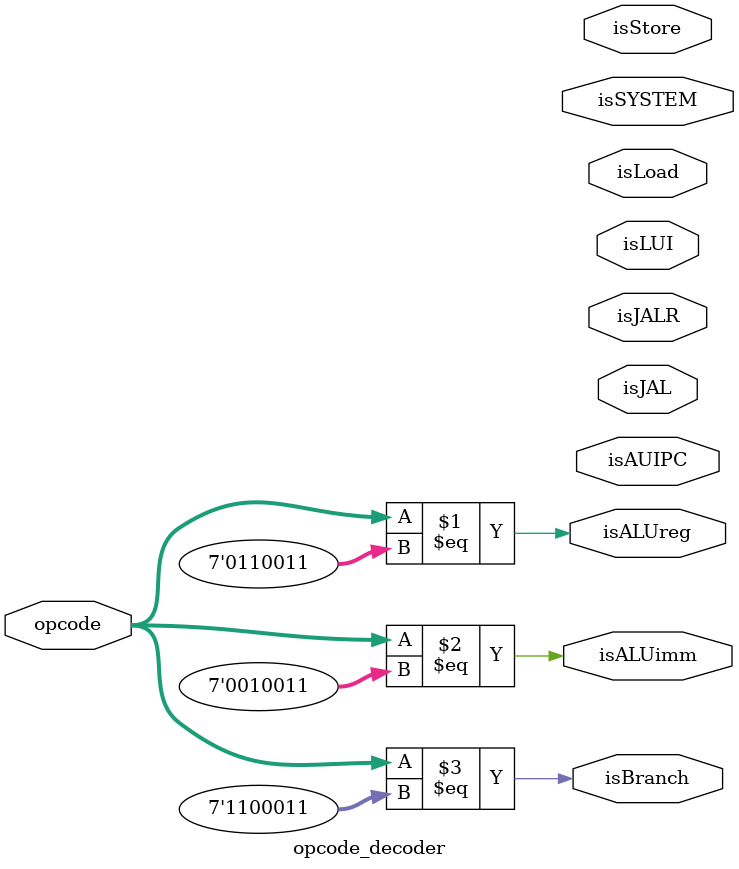
<source format=v>


module opcode_decoder (
  input  wire [6:0] opcode,    // 7-bit opcode field
  output wire       isALUreg,  // R-type
  output wire       isALUimm,  // I-type
  output wire       isJALR,    // I-type
  output wire       isLoad,    // I-type
  output wire       isStore,   // S-type
  output wire       isBranch,  // B-type
  output wire       isAUIPC,   // U-type
  output wire       isLUI,     // U-type
  output wire       isJAL,     // J-type
  output wire       isSYSTEM   // SYSTEM instructions (ECALL, EBREAK, etc.)
);     

  // TODO - add all opcode types See from P. 105, and the table on page 130 in RISC-V manual
  // https://github.com/riscv/riscv-isa-manual/releases/download/Ratified-IMAFDQC/riscv-spec-20191213.pdf
  
  // More consice table here:
  // https://www.cs.sfu.ca/~ashriram/Courses/CS295/assets/notebooks/RISCV/RISCV_CARD.pdf

  localparam [6:0] ALU_REG_OPCODE = 7'b0110011;
  localparam [6:0] ALU_IMM_OPCODE = 7'b0010011;
  localparam [6:0] BRANCH_OPCODE  = 7'b1100011;
 
  assign isALUreg = (opcode[6:0] == ALU_REG_OPCODE);   // rd <- rs1 OP rs2   
  assign isALUimm = (opcode[6:0] == ALU_IMM_OPCODE);   // rd <- rs1 OP Iimm
  assign isBranch = (opcode[6:0] == BRANCH_OPCODE);    // if(rs1 OP rs2) PC<-PC+Bimm
  // ... add more instruction types here

endmodule

</source>
